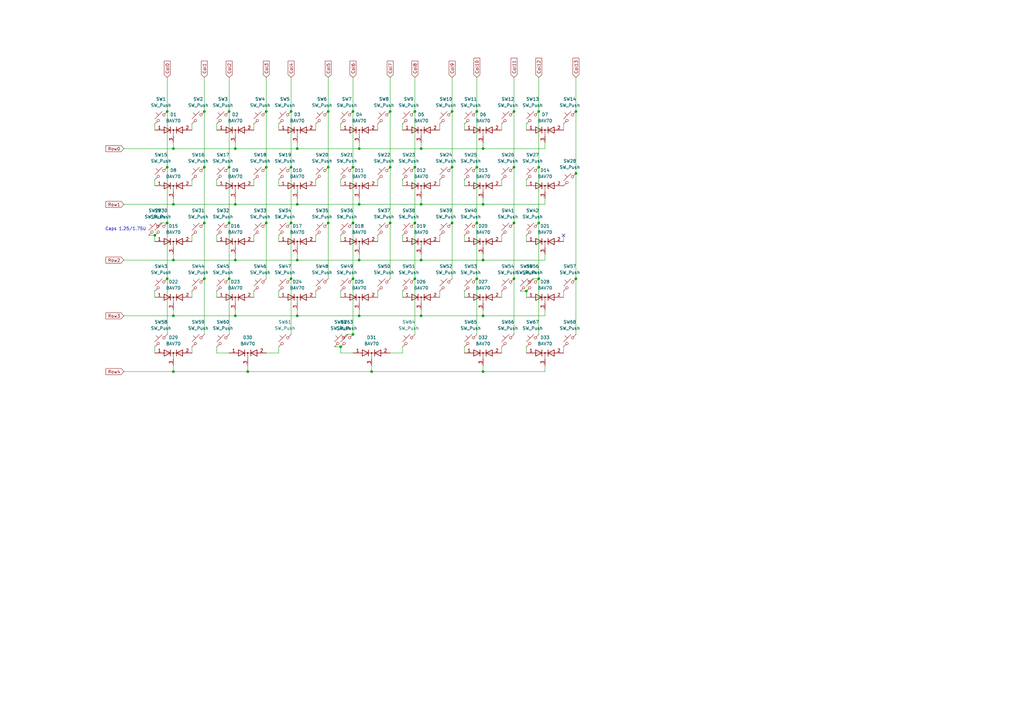
<source format=kicad_sch>
(kicad_sch (version 20231120) (generator "eeschema") (generator_version "8.0")
  (paper "A3")
  (junction (at 220.98 91.44))
  (junction (at 160.02 68.58))
  (junction (at 121.92 106.68))
  (junction (at 134.62 91.44))
  (junction (at 147.32 83.82))
  (junction (at 71.12 83.82))
  (junction (at 101.6 152.4))
  (junction (at 96.52 106.68))
  (junction (at 210.82 45.72))
  (junction (at 198.12 60.96))
  (junction (at 71.12 129.54))
  (junction (at 147.32 60.96))
  (junction (at 236.22 114.3))
  (junction (at 144.78 137.16))
  (junction (at 185.42 91.44))
  (junction (at 71.12 152.4))
  (junction (at 71.12 60.96))
  (junction (at 236.22 45.72))
  (junction (at 144.78 91.44))
  (junction (at 83.82 45.72))
  (junction (at 83.82 68.58))
  (junction (at 144.78 68.58))
  (junction (at 119.38 45.72))
  (junction (at 170.18 91.44))
  (junction (at 170.18 45.72))
  (junction (at 236.22 71.12))
  (junction (at 68.58 114.3))
  (junction (at 152.4 152.4))
  (junction (at 220.98 68.58))
  (junction (at 119.38 114.3))
  (junction (at 160.02 45.72))
  (junction (at 144.78 114.3))
  (junction (at 63.5 96.52))
  (junction (at 68.58 45.72))
  (junction (at 121.92 129.54))
  (junction (at 96.52 83.82))
  (junction (at 93.98 114.3))
  (junction (at 198.12 152.4))
  (junction (at 172.72 83.82))
  (junction (at 139.7 142.24))
  (junction (at 119.38 91.44))
  (junction (at 71.12 106.68))
  (junction (at 215.9 119.38))
  (junction (at 93.98 45.72))
  (junction (at 160.02 91.44))
  (junction (at 195.58 91.44))
  (junction (at 195.58 45.72))
  (junction (at 109.22 68.58))
  (junction (at 83.82 91.44))
  (junction (at 109.22 45.72))
  (junction (at 96.52 129.54))
  (junction (at 134.62 45.72))
  (junction (at 198.12 129.54))
  (junction (at 185.42 45.72))
  (junction (at 210.82 114.3))
  (junction (at 198.12 83.82))
  (junction (at 170.18 114.3))
  (junction (at 172.72 129.54))
  (junction (at 170.18 68.58))
  (junction (at 172.72 60.96))
  (junction (at 185.42 68.58))
  (junction (at 210.82 68.58))
  (junction (at 198.12 106.68))
  (junction (at 147.32 129.54))
  (junction (at 172.72 106.68))
  (junction (at 68.58 91.44))
  (junction (at 144.78 45.72))
  (junction (at 134.62 68.58))
  (junction (at 195.58 114.3))
  (junction (at 121.92 83.82))
  (junction (at 195.58 68.58))
  (junction (at 147.32 106.68))
  (junction (at 119.38 68.58))
  (junction (at 93.98 68.58))
  (junction (at 121.92 60.96))
  (junction (at 220.98 45.72))
  (junction (at 93.98 91.44))
  (junction (at 220.98 114.3))
  (junction (at 109.22 91.44))
  (junction (at 96.52 60.96))
  (junction (at 68.58 68.58))
  (junction (at 83.82 114.3))
  (junction (at 210.82 91.44))
  (no_connect (at 231.14 96.52))
  (wire (pts (xy 215.9 73.66) (xy 215.9 76.2)))
  (wire (pts (xy 160.02 45.72) (xy 160.02 68.58)))
  (wire (pts (xy 78.74 96.52) (xy 78.74 99.06)))
  (wire (pts (xy 68.58 114.3) (xy 68.58 137.16)))
  (wire (pts (xy 160.02 91.44) (xy 160.02 114.3)))
  (wire (pts (xy 210.82 31.75) (xy 210.82 45.72)))
  (wire (pts (xy 180.34 73.66) (xy 180.34 76.2)))
  (wire (pts (xy 109.22 91.44) (xy 109.22 114.3)))
  (wire (pts (xy 121.92 60.96) (xy 96.52 60.96)))
  (wire (pts (xy 63.5 119.38) (xy 63.5 121.92)))
  (wire (pts (xy 172.72 58.42) (xy 172.72 60.96)))
  (wire (pts (xy 236.22 114.3) (xy 236.22 137.16)))
  (wire (pts (xy 154.94 50.8) (xy 154.94 53.34)))
  (wire (pts (xy 231.14 142.24) (xy 231.14 144.78)))
  (wire (pts (xy 134.62 68.58) (xy 134.62 91.44)))
  (wire (pts (xy 198.12 83.82) (xy 198.12 81.28)))
  (wire (pts (xy 172.72 83.82) (xy 198.12 83.82)))
  (wire (pts (xy 231.14 119.38) (xy 231.14 121.92)))
  (wire (pts (xy 170.18 91.44) (xy 170.18 114.3)))
  (wire (pts (xy 121.92 104.14) (xy 121.92 106.68)))
  (wire (pts (xy 210.82 114.3) (xy 210.82 137.16)))
  (wire (pts (xy 180.34 119.38) (xy 180.34 121.92)))
  (wire (pts (xy 109.22 45.72) (xy 109.22 68.58)))
  (wire (pts (xy 114.3 119.38) (xy 114.3 121.92)))
  (wire (pts (xy 119.38 31.75) (xy 119.38 45.72)))
  (wire (pts (xy 215.9 96.52) (xy 215.9 99.06)))
  (wire (pts (xy 50.8 129.54) (xy 71.12 129.54)))
  (wire (pts (xy 71.12 129.54) (xy 96.52 129.54)))
  (wire (pts (xy 68.58 68.58) (xy 68.58 91.44)))
  (wire (pts (xy 119.38 137.16) (xy 119.38 114.3)))
  (wire (pts (xy 139.7 144.78) (xy 144.78 144.78)))
  (wire (pts (xy 88.9 73.66) (xy 88.9 76.2)))
  (wire (pts (xy 121.92 83.82) (xy 147.32 83.82)))
  (wire (pts (xy 165.1 96.52) (xy 165.1 99.06)))
  (wire (pts (xy 210.82 91.44) (xy 210.82 114.3)))
  (wire (pts (xy 185.42 45.72) (xy 185.42 68.58)))
  (wire (pts (xy 170.18 31.75) (xy 170.18 45.72)))
  (wire (pts (xy 198.12 127) (xy 198.12 129.54)))
  (wire (pts (xy 220.98 114.3) (xy 220.98 137.16)))
  (wire (pts (xy 71.12 127) (xy 71.12 129.54)))
  (wire (pts (xy 236.22 31.75) (xy 236.22 45.72)))
  (wire (pts (xy 83.82 31.75) (xy 83.82 45.72)))
  (wire (pts (xy 231.14 96.52) (xy 231.14 99.06)))
  (wire (pts (xy 83.82 114.3) (xy 83.82 137.16)))
  (wire (pts (xy 119.38 91.44) (xy 119.38 114.3)))
  (wire (pts (xy 152.4 149.86) (xy 152.4 152.4)))
  (wire (pts (xy 223.52 81.28) (xy 223.52 83.82)))
  (wire (pts (xy 195.58 31.75) (xy 195.58 45.72)))
  (wire (pts (xy 104.14 119.38) (xy 104.14 121.92)))
  (wire (pts (xy 223.52 58.42) (xy 223.52 60.96)))
  (wire (pts (xy 172.72 60.96) (xy 147.32 60.96)))
  (wire (pts (xy 129.54 96.52) (xy 129.54 99.06)))
  (wire (pts (xy 165.1 50.8) (xy 165.1 53.34)))
  (wire (pts (xy 114.3 50.8) (xy 114.3 53.34)))
  (wire (pts (xy 88.9 119.38) (xy 88.9 121.92)))
  (wire (pts (xy 50.8 83.82) (xy 71.12 83.82)))
  (wire (pts (xy 147.32 127) (xy 147.32 129.54)))
  (wire (pts (xy 170.18 114.3) (xy 170.18 137.16)))
  (wire (pts (xy 63.5 96.52) (xy 63.5 99.06)))
  (wire (pts (xy 139.7 119.38) (xy 139.7 121.92)))
  (wire (pts (xy 63.5 142.24) (xy 63.5 144.78)))
  (wire (pts (xy 160.02 68.58) (xy 160.02 91.44)))
  (wire (pts (xy 50.8 106.68) (xy 71.12 106.68)))
  (wire (pts (xy 205.74 96.52) (xy 205.74 99.06)))
  (wire (pts (xy 66.04 91.44) (xy 68.58 91.44)))
  (wire (pts (xy 190.5 73.66) (xy 190.5 76.2)))
  (wire (pts (xy 121.92 129.54) (xy 147.32 129.54)))
  (wire (pts (xy 121.92 81.28) (xy 121.92 83.82)))
  (wire (pts (xy 144.78 114.3) (xy 144.78 137.16)))
  (wire (pts (xy 190.5 142.24) (xy 190.5 144.78)))
  (wire (pts (xy 139.7 142.24) (xy 139.7 144.78)))
  (wire (pts (xy 96.52 83.82) (xy 121.92 83.82)))
  (wire (pts (xy 198.12 58.42) (xy 198.12 60.96)))
  (wire (pts (xy 170.18 68.58) (xy 170.18 91.44)))
  (wire (pts (xy 109.22 68.58) (xy 109.22 91.44)))
  (wire (pts (xy 93.98 91.44) (xy 93.98 114.3)))
  (wire (pts (xy 160.02 31.75) (xy 160.02 45.72)))
  (wire (pts (xy 104.14 96.52) (xy 104.14 99.06)))
  (wire (pts (xy 198.12 129.54) (xy 223.52 129.54)))
  (wire (pts (xy 68.58 45.72) (xy 68.58 68.58)))
  (wire (pts (xy 71.12 106.68) (xy 96.52 106.68)))
  (wire (pts (xy 134.62 91.44) (xy 134.62 114.3)))
  (wire (pts (xy 121.92 127) (xy 121.92 129.54)))
  (wire (pts (xy 215.9 50.8) (xy 215.9 53.34)))
  (wire (pts (xy 96.52 104.14) (xy 96.52 106.68)))
  (wire (pts (xy 195.58 91.44) (xy 195.58 114.3)))
  (wire (pts (xy 195.58 114.3) (xy 195.58 137.16)))
  (wire (pts (xy 134.62 31.75) (xy 134.62 45.72)))
  (wire (pts (xy 71.12 152.4) (xy 101.6 152.4)))
  (wire (pts (xy 147.32 104.14) (xy 147.32 106.68)))
  (wire (pts (xy 223.52 83.82) (xy 198.12 83.82)))
  (wire (pts (xy 223.52 152.4) (xy 223.52 149.86)))
  (wire (pts (xy 96.52 58.42) (xy 96.52 60.96)))
  (wire (pts (xy 147.32 58.42) (xy 147.32 60.96)))
  (wire (pts (xy 93.98 68.58) (xy 93.98 91.44)))
  (wire (pts (xy 83.82 68.58) (xy 83.82 91.44)))
  (wire (pts (xy 198.12 106.68) (xy 223.52 106.68)))
  (wire (pts (xy 134.62 45.72) (xy 134.62 68.58)))
  (wire (pts (xy 71.12 83.82) (xy 96.52 83.82)))
  (wire (pts (xy 185.42 91.44) (xy 185.42 114.3)))
  (wire (pts (xy 152.4 152.4) (xy 198.12 152.4)))
  (wire (pts (xy 210.82 45.72) (xy 210.82 68.58)))
  (wire (pts (xy 180.34 50.8) (xy 180.34 53.34)))
  (wire (pts (xy 147.32 81.28) (xy 147.32 83.82)))
  (wire (pts (xy 144.78 68.58) (xy 144.78 91.44)))
  (wire (pts (xy 119.38 45.72) (xy 119.38 68.58)))
  (wire (pts (xy 165.1 73.66) (xy 165.1 76.2)))
  (wire (pts (xy 195.58 68.58) (xy 195.58 91.44)))
  (wire (pts (xy 185.42 68.58) (xy 185.42 91.44)))
  (wire (pts (xy 104.14 50.8) (xy 104.14 53.34)))
  (wire (pts (xy 96.52 129.54) (xy 121.92 129.54)))
  (wire (pts (xy 114.3 96.52) (xy 114.3 99.06)))
  (wire (pts (xy 50.8 152.4) (xy 71.12 152.4)))
  (wire (pts (xy 144.78 45.72) (xy 144.78 68.58)))
  (wire (pts (xy 147.32 60.96) (xy 121.92 60.96)))
  (wire (pts (xy 93.98 45.72) (xy 93.98 68.58)))
  (wire (pts (xy 220.98 31.75) (xy 220.98 45.72)))
  (wire (pts (xy 63.5 73.66) (xy 63.5 76.2)))
  (wire (pts (xy 104.14 73.66) (xy 104.14 76.2)))
  (wire (pts (xy 147.32 129.54) (xy 172.72 129.54)))
  (wire (pts (xy 215.9 119.38) (xy 215.9 121.92)))
  (wire (pts (xy 160.02 144.78) (xy 165.1 144.78)))
  (wire (pts (xy 172.72 81.28) (xy 172.72 83.82)))
  (wire (pts (xy 198.12 104.14) (xy 198.12 106.68)))
  (wire (pts (xy 78.74 50.8) (xy 78.74 53.34)))
  (wire (pts (xy 78.74 73.66) (xy 78.74 76.2)))
  (wire (pts (xy 236.22 71.12) (xy 236.22 114.3)))
  (wire (pts (xy 190.5 50.8) (xy 190.5 53.34)))
  (wire (pts (xy 142.24 137.16) (xy 144.78 137.16)))
  (wire (pts (xy 101.6 152.4) (xy 152.4 152.4)))
  (wire (pts (xy 139.7 50.8) (xy 139.7 53.34)))
  (wire (pts (xy 147.32 106.68) (xy 172.72 106.68)))
  (wire (pts (xy 129.54 119.38) (xy 129.54 121.92)))
  (wire (pts (xy 198.12 152.4) (xy 223.52 152.4)))
  (wire (pts (xy 220.98 91.44) (xy 220.98 114.3)))
  (wire (pts (xy 180.34 96.52) (xy 180.34 99.06)))
  (wire (pts (xy 96.52 106.68) (xy 121.92 106.68)))
  (wire (pts (xy 93.98 31.75) (xy 93.98 45.72)))
  (wire (pts (xy 139.7 96.52) (xy 139.7 99.06)))
  (wire (pts (xy 114.3 144.78) (xy 109.22 144.78)))
  (wire (pts (xy 139.7 73.66) (xy 139.7 76.2)))
  (wire (pts (xy 71.12 81.28) (xy 71.12 83.82)))
  (wire (pts (xy 71.12 58.42) (xy 71.12 60.96)))
  (wire (pts (xy 170.18 45.72) (xy 170.18 68.58)))
  (wire (pts (xy 71.12 104.14) (xy 71.12 106.68)))
  (wire (pts (xy 114.3 142.24) (xy 114.3 144.78)))
  (wire (pts (xy 198.12 60.96) (xy 172.72 60.96)))
  (wire (pts (xy 215.9 142.24) (xy 215.9 144.78)))
  (wire (pts (xy 231.14 50.8) (xy 231.14 53.34)))
  (wire (pts (xy 88.9 144.78) (xy 93.98 144.78)))
  (wire (pts (xy 210.82 68.58) (xy 210.82 91.44)))
  (wire (pts (xy 78.74 119.38) (xy 78.74 121.92)))
  (wire (pts (xy 88.9 50.8) (xy 88.9 53.34)))
  (wire (pts (xy 223.52 129.54) (xy 223.52 127)))
  (wire (pts (xy 68.58 91.44) (xy 68.58 114.3)))
  (wire (pts (xy 220.98 45.72) (xy 220.98 68.58)))
  (wire (pts (xy 121.92 106.68) (xy 147.32 106.68)))
  (wire (pts (xy 63.5 50.8) (xy 63.5 53.34)))
  (wire (pts (xy 205.74 73.66) (xy 205.74 76.2)))
  (wire (pts (xy 172.72 127) (xy 172.72 129.54)))
  (wire (pts (xy 129.54 73.66) (xy 129.54 76.2)))
  (wire (pts (xy 172.72 106.68) (xy 198.12 106.68)))
  (wire (pts (xy 154.94 73.66) (xy 154.94 76.2)))
  (wire (pts (xy 213.36 119.38) (xy 215.9 119.38)))
  (wire (pts (xy 78.74 142.24) (xy 78.74 144.78)))
  (wire (pts (xy 205.74 119.38) (xy 205.74 121.92)))
  (wire (pts (xy 96.52 60.96) (xy 71.12 60.96)))
  (wire (pts (xy 185.42 31.75) (xy 185.42 45.72)))
  (wire (pts (xy 129.54 50.8) (xy 129.54 53.34)))
  (wire (pts (xy 137.16 142.24) (xy 139.7 142.24)))
  (wire (pts (xy 154.94 119.38) (xy 154.94 121.92)))
  (wire (pts (xy 172.72 129.54) (xy 198.12 129.54)))
  (wire (pts (xy 83.82 91.44) (xy 83.82 114.3)))
  (wire (pts (xy 96.52 81.28) (xy 96.52 83.82)))
  (wire (pts (xy 144.78 91.44) (xy 144.78 114.3)))
  (wire (pts (xy 236.22 45.72) (xy 236.22 71.12)))
  (wire (pts (xy 119.38 68.58) (xy 119.38 91.44)))
  (wire (pts (xy 172.72 104.14) (xy 172.72 106.68)))
  (wire (pts (xy 109.22 31.75) (xy 109.22 45.72)))
  (wire (pts (xy 165.1 119.38) (xy 165.1 121.92)))
  (wire (pts (xy 83.82 45.72) (xy 83.82 68.58)))
  (wire (pts (xy 68.58 31.75) (xy 68.58 45.72)))
  (wire (pts (xy 223.52 60.96) (xy 198.12 60.96)))
  (wire (pts (xy 88.9 96.52) (xy 88.9 99.06)))
  (wire (pts (xy 101.6 149.86) (xy 101.6 152.4)))
  (wire (pts (xy 50.8 60.96) (xy 71.12 60.96)))
  (wire (pts (xy 88.9 142.24) (xy 88.9 144.78)))
  (wire (pts (xy 144.78 31.75) (xy 144.78 45.72)))
  (wire (pts (xy 71.12 149.86) (xy 71.12 152.4)))
  (wire (pts (xy 96.52 127) (xy 96.52 129.54)))
  (wire (pts (xy 220.98 68.58) (xy 220.98 91.44)))
  (wire (pts (xy 114.3 73.66) (xy 114.3 76.2)))
  (wire (pts (xy 190.5 96.52) (xy 190.5 99.06)))
  (wire (pts (xy 198.12 149.86) (xy 198.12 152.4)))
  (wire (pts (xy 154.94 96.52) (xy 154.94 99.06)))
  (wire (pts (xy 93.98 114.3) (xy 93.98 137.16)))
  (wire (pts (xy 190.5 119.38) (xy 190.5 121.92)))
  (wire (pts (xy 218.44 114.3) (xy 220.98 114.3)))
  (wire (pts (xy 147.32 83.82) (xy 172.72 83.82)))
  (wire (pts (xy 60.96 96.52) (xy 63.5 96.52)))
  (wire (pts (xy 121.92 58.42) (xy 121.92 60.96)))
  (wire (pts (xy 205.74 142.24) (xy 205.74 144.78)))
  (wire (pts (xy 223.52 106.68) (xy 223.52 104.14)))
  (wire (pts (xy 195.58 45.72) (xy 195.58 68.58)))
  (wire (pts (xy 205.74 50.8) (xy 205.74 53.34)))
  (wire (pts (xy 165.1 144.78) (xy 165.1 142.24)))
  (text "Caps 1.25/1.75U\n" (at 51.562 93.98 0) (effects (font (size 1.27 1.27))))
  (global_label "Row4" (shape input) (at 50.8 152.4 180) (property "Intersheetrefs" "${INTERSHEET_REFS}" (effects (hide yes))))
  (global_label "Col11" (shape input) (at 210.82 31.75 90) (property "Intersheetrefs" "${INTERSHEET_REFS}" (effects (hide yes))))
  (global_label "Col10" (shape input) (at 195.58 31.75 90) (property "Intersheetrefs" "${INTERSHEET_REFS}" (effects (hide yes))))
  (global_label "Col6" (shape input) (at 144.78 31.75 90) (property "Intersheetrefs" "${INTERSHEET_REFS}" (effects (hide yes))))
  (global_label "Col2" (shape input) (at 93.98 31.75 90) (property "Intersheetrefs" "${INTERSHEET_REFS}" (effects (hide yes))))
  (global_label "Col13" (shape input) (at 236.22 31.75 90) (property "Intersheetrefs" "${INTERSHEET_REFS}" (effects (hide yes))))
  (global_label "Col4" (shape input) (at 119.38 31.75 90) (property "Intersheetrefs" "${INTERSHEET_REFS}" (effects (hide yes))))
  (global_label "Col8" (shape input) (at 170.18 31.75 90) (property "Intersheetrefs" "${INTERSHEET_REFS}" (effects (hide yes))))
  (global_label "Col1" (shape input) (at 83.82 31.75 90) (property "Intersheetrefs" "${INTERSHEET_REFS}" (effects (hide yes))))
  (global_label "Col5" (shape input) (at 134.62 31.75 90) (property "Intersheetrefs" "${INTERSHEET_REFS}" (effects (hide yes))))
  (global_label "Col12" (shape input) (at 220.98 31.75 90) (property "Intersheetrefs" "${INTERSHEET_REFS}" (effects (hide yes))))
  (global_label "Row3" (shape input) (at 50.8 129.54 180) (property "Intersheetrefs" "${INTERSHEET_REFS}" (effects (hide yes))))
  (global_label "Col3" (shape input) (at 109.22 31.75 90) (property "Intersheetrefs" "${INTERSHEET_REFS}" (effects (hide yes))))
  (global_label "Col9" (shape input) (at 185.42 31.75 90) (property "Intersheetrefs" "${INTERSHEET_REFS}" (effects (hide yes))))
  (global_label "Col0" (shape input) (at 68.58 31.75 90) (property "Intersheetrefs" "${INTERSHEET_REFS}" (effects (hide yes))))
  (global_label "Row2" (shape input) (at 50.8 106.68 180) (property "Intersheetrefs" "${INTERSHEET_REFS}" (effects (hide yes))))
  (global_label "Col7" (shape input) (at 160.02 31.75 90) (property "Intersheetrefs" "${INTERSHEET_REFS}" (effects (hide yes))))
  (global_label "Row0" (shape input) (at 50.8 60.96 180) (property "Intersheetrefs" "${INTERSHEET_REFS}" (effects (hide yes))))
  (global_label "Row1" (shape input) (at 50.8 83.82 180) (property "Intersheetrefs" "${INTERSHEET_REFS}" (effects (hide yes))))
  (symbol (lib_id "Switch:SW_Push_45deg") (at 116.84 48.26 0) (mirror y) (unit 1) (in_bom no)
    (property "Reference" "SW5" (at 116.84 40.64 0))
    (property "Value" "SW_Push" (at 116.84 43.18 0))
    (property "Footprint" "PCM_Switch_Keyboard_Hotswap_Kailh:SW_Hotswap_Kailh_MX_Plated_1.00u" (effects (hide yes)))
    (property "Description" "Push button switch, normally open, two pins, 45° tilted" (effects (hide yes)))
    (property "LCSC" "C5156480" (effects (hide yes)))
  )
  (symbol (lib_id "Switch:SW_Push_45deg") (at 81.28 48.26 0) (mirror y) (unit 1) (in_bom no)
    (property "Reference" "SW2" (at 81.28 40.64 0))
    (property "Value" "SW_Push" (at 81.28 43.18 0))
    (property "Footprint" "PCM_Switch_Keyboard_Hotswap_Kailh:SW_Hotswap_Kailh_MX_Plated_1.00u" (effects (hide yes)))
    (property "Description" "Push button switch, normally open, two pins, 45° tilted" (effects (hide yes)))
    (property "LCSC" "C5156480" (effects (hide yes)))
  )
  (symbol (lib_id "Diode:BAV70") (at 96.52 53.34 0) (unit 1)
    (property "Reference" "D2" (at 96.52 46.99 0))
    (property "Value" "BAV70" (at 96.52 49.53 0))
    (property "Footprint" "PCM_Package_TO_SOT_SMD_AKL:SOT-23" (effects (hide yes)))
    (property "Datasheet" "https://assets.nexperia.com/documents/data-sheet/BAV70_SER.pdf" (effects (hide yes)))
    (property "Description" "Dual 100V 215mA high-speed switching diodes, common cathode, SOT-23" (effects (hide yes)))
    (property "LCSC" "C2501" (effects (hide yes)))
  )
  (symbol (lib_id "Switch:SW_Push_45deg") (at 66.04 139.7 0) (mirror y) (unit 1) (in_bom no)
    (property "Reference" "SW58" (at 66.04 132.08 0))
    (property "Value" "SW_Push" (at 66.04 134.62 0))
    (property "Footprint" "PCM_Switch_Keyboard_Hotswap_Kailh:SW_Hotswap_Kailh_MX_Plated_1.25u" (effects (hide yes)))
    (property "Description" "Push button switch, normally open, two pins, 45° tilted" (effects (hide yes)))
    (property "LCSC" "C5156480" (effects (hide yes)))
  )
  (symbol (lib_id "Switch:SW_Push_45deg") (at 218.44 48.26 0) (mirror y) (unit 1) (in_bom no)
    (property "Reference" "SW13" (at 218.44 40.64 0))
    (property "Value" "SW_Push" (at 218.44 43.18 0))
    (property "Footprint" "PCM_Switch_Keyboard_Hotswap_Kailh:SW_Hotswap_Kailh_MX_Plated_1.00u" (effects (hide yes)))
    (property "Description" "Push button switch, normally open, two pins, 45° tilted" (effects (hide yes)))
    (property "LCSC" "C5156480" (effects (hide yes)))
  )
  (symbol (lib_id "Switch:SW_Push_45deg") (at 208.28 116.84 0) (mirror y) (unit 1) (in_bom no)
    (property "Reference" "SW54" (at 208.28 109.22 0))
    (property "Value" "SW_Push" (at 208.28 111.76 0))
    (property "Footprint" "PCM_Switch_Keyboard_Hotswap_Kailh:SW_Hotswap_Kailh_MX_Plated_1.00u" (effects (hide yes)))
    (property "Description" "Push button switch, normally open, two pins, 45° tilted" (effects (hide yes)))
    (property "LCSC" "C5156480" (effects (hide yes)))
  )
  (symbol (lib_id "Switch:SW_Push_45deg") (at 208.28 93.98 0) (mirror y) (unit 1) (in_bom no)
    (property "Reference" "SW41" (at 208.28 86.36 0))
    (property "Value" "SW_Push" (at 208.28 88.9 0))
    (property "Footprint" "PCM_Switch_Keyboard_Hotswap_Kailh:SW_Hotswap_Kailh_MX_Plated_1.00u" (effects (hide yes)))
    (property "Description" "Push button switch, normally open, two pins, 45° tilted" (effects (hide yes)))
    (property "LCSC" "C5156480" (effects (hide yes)))
  )
  (symbol (lib_id "Switch:SW_Push_45deg") (at 215.9 116.84 0) (mirror y) (unit 1) (in_bom no)
    (property "Reference" "SW55" (at 215.9 109.22 0))
    (property "Value" "SW_Push" (at 215.9 111.76 0))
    (property "Footprint" "PCM_Switch_Keyboard_Hotswap_Kailh:SW_Hotswap_Kailh_MX_Plated_1.75u" (effects (hide yes)))
    (property "Description" "Push button switch, normally open, two pins, 45° tilted" (effects (hide yes)))
    (property "LCSC" "C5156480" (effects (hide yes)))
  )
  (symbol (lib_id "Diode:BAV70") (at 172.72 121.92 0) (unit 1)
    (property "Reference" "D26" (at 172.72 115.57 0))
    (property "Value" "BAV70" (at 172.72 118.11 0))
    (property "Footprint" "PCM_Package_TO_SOT_SMD_AKL:SOT-23" (effects (hide yes)))
    (property "Datasheet" "https://assets.nexperia.com/documents/data-sheet/BAV70_SER.pdf" (effects (hide yes)))
    (property "Description" "Dual 100V 215mA high-speed switching diodes, common cathode, SOT-23" (effects (hide yes)))
    (property "LCSC" "C2501" (effects (hide yes)))
  )
  (symbol (lib_id "Diode:BAV70") (at 96.52 76.2 0) (unit 1)
    (property "Reference" "D9" (at 96.52 69.85 0))
    (property "Value" "BAV70" (at 96.52 72.39 0))
    (property "Footprint" "PCM_Package_TO_SOT_SMD_AKL:SOT-23" (effects (hide yes)))
    (property "Datasheet" "https://assets.nexperia.com/documents/data-sheet/BAV70_SER.pdf" (effects (hide yes)))
    (property "Description" "Dual 100V 215mA high-speed switching diodes, common cathode, SOT-23" (effects (hide yes)))
    (property "LCSC" "C2501" (effects (hide yes)))
  )
  (symbol (lib_id "Switch:SW_Push_45deg") (at 81.28 93.98 0) (mirror y) (unit 1) (in_bom no)
    (property "Reference" "SW31" (at 81.28 86.36 0))
    (property "Value" "SW_Push" (at 81.28 88.9 0))
    (property "Footprint" "PCM_Switch_Keyboard_Hotswap_Kailh:SW_Hotswap_Kailh_MX_Plated_1.00u" (effects (hide yes)))
    (property "Description" "Push button switch, normally open, two pins, 45° tilted" (effects (hide yes)))
    (property "LCSC" "C5156480" (effects (hide yes)))
  )
  (symbol (lib_id "Diode:BAV70") (at 121.92 76.2 0) (unit 1)
    (property "Reference" "D10" (at 121.92 69.85 0))
    (property "Value" "BAV70" (at 121.92 72.39 0))
    (property "Footprint" "PCM_Package_TO_SOT_SMD_AKL:SOT-23" (effects (hide yes)))
    (property "Datasheet" "https://assets.nexperia.com/documents/data-sheet/BAV70_SER.pdf" (effects (hide yes)))
    (property "Description" "Dual 100V 215mA high-speed switching diodes, common cathode, SOT-23" (effects (hide yes)))
    (property "LCSC" "C2501" (effects (hide yes)))
  )
  (symbol (lib_id "Diode:BAV70") (at 71.12 144.78 0) (unit 1)
    (property "Reference" "D29" (at 71.12 138.43 0))
    (property "Value" "BAV70" (at 71.12 140.97 0))
    (property "Footprint" "PCM_Package_TO_SOT_SMD_AKL:SOT-23" (effects (hide yes)))
    (property "Datasheet" "https://assets.nexperia.com/documents/data-sheet/BAV70_SER.pdf" (effects (hide yes)))
    (property "Description" "Dual 100V 215mA high-speed switching diodes, common cathode, SOT-23" (effects (hide yes)))
    (property "LCSC" "C2501" (effects (hide yes)))
  )
  (symbol (lib_id "Switch:SW_Push_45deg") (at 157.48 93.98 0) (mirror y) (unit 1) (in_bom no)
    (property "Reference" "SW37" (at 157.48 86.36 0))
    (property "Value" "SW_Push" (at 157.48 88.9 0))
    (property "Footprint" "PCM_Switch_Keyboard_Hotswap_Kailh:SW_Hotswap_Kailh_MX_Plated_1.00u" (effects (hide yes)))
    (property "Description" "Push button switch, normally open, two pins, 45° tilted" (effects (hide yes)))
    (property "LCSC" "C5156480" (effects (hide yes)))
  )
  (symbol (lib_id "Switch:SW_Push_45deg") (at 91.44 48.26 0) (mirror y) (unit 1) (in_bom no)
    (property "Reference" "SW3" (at 91.44 40.64 0))
    (property "Value" "SW_Push" (at 91.44 43.18 0))
    (property "Footprint" "PCM_Switch_Keyboard_Hotswap_Kailh:SW_Hotswap_Kailh_MX_Plated_1.00u" (effects (hide yes)))
    (property "Description" "Push button switch, normally open, two pins, 45° tilted" (effects (hide yes)))
    (property "LCSC" "C5156480" (effects (hide yes)))
  )
  (symbol (lib_id "Switch:SW_Push_45deg") (at 193.04 139.7 0) (mirror y) (unit 1) (in_bom no)
    (property "Reference" "SW65" (at 193.04 132.08 0))
    (property "Value" "SW_Push" (at 193.04 134.62 0))
    (property "Footprint" "PCM_Switch_Keyboard_Hotswap_Kailh:SW_Hotswap_Kailh_MX_Plated_1.25u" (effects (hide yes)))
    (property "Description" "Push button switch, normally open, two pins, 45° tilted" (effects (hide yes)))
    (property "LCSC" "C5156480" (effects (hide yes)))
  )
  (symbol (lib_id "Diode:BAV70") (at 71.12 99.06 0) (unit 1)
    (property "Reference" "D15" (at 71.12 92.71 0))
    (property "Value" "BAV70" (at 71.12 95.25 0))
    (property "Footprint" "PCM_Package_TO_SOT_SMD_AKL:SOT-23" (effects (hide yes)))
    (property "Datasheet" "https://assets.nexperia.com/documents/data-sheet/BAV70_SER.pdf" (effects (hide yes)))
    (property "Description" "Dual 100V 215mA high-speed switching diodes, common cathode, SOT-23" (effects (hide yes)))
    (property "LCSC" "C2501" (effects (hide yes)))
  )
  (symbol (lib_id "Diode:BAV70") (at 172.72 76.2 0) (unit 1)
    (property "Reference" "D12" (at 172.72 69.85 0))
    (property "Value" "BAV70" (at 172.72 72.39 0))
    (property "Footprint" "PCM_Package_TO_SOT_SMD_AKL:SOT-23" (effects (hide yes)))
    (property "Datasheet" "https://assets.nexperia.com/documents/data-sheet/BAV70_SER.pdf" (effects (hide yes)))
    (property "Description" "Dual 100V 215mA high-speed switching diodes, common cathode, SOT-23" (effects (hide yes)))
    (property "LCSC" "C2501" (effects (hide yes)))
  )
  (symbol (lib_id "Switch:SW_Push_45deg") (at 116.84 93.98 0) (mirror y) (unit 1) (in_bom no)
    (property "Reference" "SW34" (at 116.84 86.36 0))
    (property "Value" "SW_Push" (at 116.84 88.9 0))
    (property "Footprint" "PCM_Switch_Keyboard_Hotswap_Kailh:SW_Hotswap_Kailh_MX_Plated_1.00u" (effects (hide yes)))
    (property "Description" "Push button switch, normally open, two pins, 45° tilted" (effects (hide yes)))
    (property "LCSC" "C5156480" (effects (hide yes)))
  )
  (symbol (lib_id "Switch:SW_Push_45deg") (at 81.28 116.84 0) (mirror y) (unit 1) (in_bom no)
    (property "Reference" "SW44" (at 81.28 109.22 0))
    (property "Value" "SW_Push" (at 81.28 111.76 0))
    (property "Footprint" "PCM_Switch_Keyboard_Hotswap_Kailh:SW_Hotswap_Kailh_MX_Plated_1.00u" (effects (hide yes)))
    (property "Description" "Push button switch, normally open, two pins, 45° tilted" (effects (hide yes)))
    (property "LCSC" "C5156480" (effects (hide yes)))
  )
  (symbol (lib_id "Diode:BAV70") (at 223.52 53.34 0) (unit 1)
    (property "Reference" "D7" (at 223.52 46.99 0))
    (property "Value" "BAV70" (at 223.52 49.53 0))
    (property "Footprint" "PCM_Package_TO_SOT_SMD_AKL:SOT-23" (effects (hide yes)))
    (property "Datasheet" "https://assets.nexperia.com/documents/data-sheet/BAV70_SER.pdf" (effects (hide yes)))
    (property "Description" "Dual 100V 215mA high-speed switching diodes, common cathode, SOT-23" (effects (hide yes)))
    (property "LCSC" "C2501" (effects (hide yes)))
  )
  (symbol (lib_id "Diode:BAV70") (at 121.92 99.06 0) (unit 1)
    (property "Reference" "D17" (at 121.92 92.71 0))
    (property "Value" "BAV70" (at 121.92 95.25 0))
    (property "Footprint" "PCM_Package_TO_SOT_SMD_AKL:SOT-23" (effects (hide yes)))
    (property "Datasheet" "https://assets.nexperia.com/documents/data-sheet/BAV70_SER.pdf" (effects (hide yes)))
    (property "Description" "Dual 100V 215mA high-speed switching diodes, common cathode, SOT-23" (effects (hide yes)))
    (property "LCSC" "C2501" (effects (hide yes)))
  )
  (symbol (lib_id "Diode:BAV70") (at 198.12 76.2 0) (unit 1)
    (property "Reference" "D13" (at 198.12 69.85 0))
    (property "Value" "BAV70" (at 198.12 72.39 0))
    (property "Footprint" "PCM_Package_TO_SOT_SMD_AKL:SOT-23" (effects (hide yes)))
    (property "Datasheet" "https://assets.nexperia.com/documents/data-sheet/BAV70_SER.pdf" (effects (hide yes)))
    (property "Description" "Dual 100V 215mA high-speed switching diodes, common cathode, SOT-23" (effects (hide yes)))
    (property "LCSC" "C2501" (effects (hide yes)))
  )
  (symbol (lib_id "Switch:SW_Push_45deg") (at 233.68 116.84 0) (mirror y) (unit 1) (in_bom no)
    (property "Reference" "SW57" (at 233.68 109.22 0))
    (property "Value" "SW_Push" (at 233.68 111.76 0))
    (property "Footprint" "PCM_Switch_Keyboard_Hotswap_Kailh:SW_Hotswap_Kailh_MX_Plated_1.00u" (effects (hide yes)))
    (property "Description" "Push button switch, normally open, two pins, 45° tilted" (effects (hide yes)))
    (property "LCSC" "C5156480" (effects (hide yes)))
  )
  (symbol (lib_id "Switch:SW_Push_45deg") (at 66.04 93.98 0) (mirror y) (unit 1) (in_bom no)
    (property "Reference" "SW30" (at 66.04 86.36 0))
    (property "Value" "SW_Push" (at 66.04 88.9 0))
    (property "Footprint" "PCM_Switch_Keyboard_Hotswap_Kailh:SW_Hotswap_Kailh_MX_Plated_1.75u" (effects (hide yes)))
    (property "Description" "Push button switch, normally open, two pins, 45° tilted" (effects (hide yes)))
    (property "LCSC" "C5156480" (effects (hide yes)))
  )
  (symbol (lib_id "Switch:SW_Push_45deg") (at 106.68 116.84 0) (mirror y) (unit 1) (in_bom no)
    (property "Reference" "SW46" (at 106.68 109.22 0))
    (property "Value" "SW_Push" (at 106.68 111.76 0))
    (property "Footprint" "PCM_Switch_Keyboard_Hotswap_Kailh:SW_Hotswap_Kailh_MX_Plated_1.00u" (effects (hide yes)))
    (property "Description" "Push button switch, normally open, two pins, 45° tilted" (effects (hide yes)))
    (property "LCSC" "C5156480" (effects (hide yes)))
  )
  (symbol (lib_id "Diode:BAV70") (at 198.12 121.92 0) (unit 1)
    (property "Reference" "D27" (at 198.12 115.57 0))
    (property "Value" "BAV70" (at 198.12 118.11 0))
    (property "Footprint" "PCM_Package_TO_SOT_SMD_AKL:SOT-23" (effects (hide yes)))
    (property "Datasheet" "https://assets.nexperia.com/documents/data-sheet/BAV70_SER.pdf" (effects (hide yes)))
    (property "Description" "Dual 100V 215mA high-speed switching diodes, common cathode, SOT-23" (effects (hide yes)))
    (property "LCSC" "C2501" (effects (hide yes)))
  )
  (symbol (lib_id "Switch:SW_Push_45deg") (at 66.04 116.84 0) (mirror y) (unit 1) (in_bom no)
    (property "Reference" "SW43" (at 66.04 109.22 0))
    (property "Value" "SW_Push" (at 66.04 111.76 0))
    (property "Footprint" "PCM_Switch_Keyboard_Hotswap_Kailh:SW_Hotswap_Kailh_MX_Plated_1.25u" (effects (hide yes)))
    (property "Description" "Push button switch, normally open, two pins, 45° tilted" (effects (hide yes)))
    (property "LCSC" "C5156480" (effects (hide yes)))
  )
  (symbol (lib_id "Switch:SW_Push_45deg") (at 218.44 116.84 0) (mirror y) (unit 1) (in_bom no)
    (property "Reference" "SW56" (at 218.44 109.22 0))
    (property "Value" "SW_Push" (at 218.44 111.76 0))
    (property "Footprint" "PCM_Switch_Keyboard_Hotswap_Kailh:SW_Hotswap_Kailh_MX_Plated_2.75u" (effects (hide yes)))
    (property "Description" "Push button switch, normally open, two pins, 45° tilted" (effects (hide yes)))
    (property "LCSC" "C5156480" (effects (hide yes)))
  )
  (symbol (lib_id "Diode:BAV70") (at 147.32 121.92 0) (unit 1)
    (property "Reference" "D25" (at 147.32 115.57 0))
    (property "Value" "BAV70" (at 147.32 118.11 0))
    (property "Footprint" "PCM_Package_TO_SOT_SMD_AKL:SOT-23" (effects (hide yes)))
    (property "Datasheet" "https://assets.nexperia.com/documents/data-sheet/BAV70_SER.pdf" (effects (hide yes)))
    (property "Description" "Dual 100V 215mA high-speed switching diodes, common cathode, SOT-23" (effects (hide yes)))
    (property "LCSC" "C2501" (effects (hide yes)))
  )
  (symbol (lib_id "Switch:SW_Push_45deg") (at 182.88 116.84 0) (mirror y) (unit 1) (in_bom no)
    (property "Reference" "SW52" (at 182.88 109.22 0))
    (property "Value" "SW_Push" (at 182.88 111.76 0))
    (property "Footprint" "PCM_Switch_Keyboard_Hotswap_Kailh:SW_Hotswap_Kailh_MX_Plated_1.00u" (effects (hide yes)))
    (property "Description" "Push button switch, normally open, two pins, 45° tilted" (effects (hide yes)))
    (property "LCSC" "C5156480" (effects (hide yes)))
  )
  (symbol (lib_id "Diode:BAV70") (at 101.6 144.78 0) (unit 1)
    (property "Reference" "D30" (at 101.6 138.43 0))
    (property "Value" "BAV70" (at 101.6 140.97 0))
    (property "Footprint" "PCM_Package_TO_SOT_SMD_AKL:SOT-23" (effects (hide yes)))
    (property "Datasheet" "https://assets.nexperia.com/documents/data-sheet/BAV70_SER.pdf" (effects (hide yes)))
    (property "Description" "Dual 100V 215mA high-speed switching diodes, common cathode, SOT-23" (effects (hide yes)))
    (property "LCSC" "C2501" (effects (hide yes)))
  )
  (symbol (lib_id "Switch:SW_Push_45deg") (at 91.44 116.84 0) (mirror y) (unit 1) (in_bom no)
    (property "Reference" "SW45" (at 91.44 109.22 0))
    (property "Value" "SW_Push" (at 91.44 111.76 0))
    (property "Footprint" "PCM_Switch_Keyboard_Hotswap_Kailh:SW_Hotswap_Kailh_MX_Plated_1.00u" (effects (hide yes)))
    (property "Description" "Push button switch, normally open, two pins, 45° tilted" (effects (hide yes)))
    (property "LCSC" "C5156480" (effects (hide yes)))
  )
  (symbol (lib_id "Switch:SW_Push_45deg") (at 132.08 116.84 0) (mirror y) (unit 1) (in_bom no)
    (property "Reference" "SW48" (at 132.08 109.22 0))
    (property "Value" "SW_Push" (at 132.08 111.76 0))
    (property "Footprint" "PCM_Switch_Keyboard_Hotswap_Kailh:SW_Hotswap_Kailh_MX_Plated_1.00u" (effects (hide yes)))
    (property "Description" "Push button switch, normally open, two pins, 45° tilted" (effects (hide yes)))
    (property "LCSC" "C5156480" (effects (hide yes)))
  )
  (symbol (lib_id "Diode:BAV70") (at 96.52 121.92 0) (unit 1)
    (property "Reference" "D23" (at 96.52 115.57 0))
    (property "Value" "BAV70" (at 96.52 118.11 0))
    (property "Footprint" "PCM_Package_TO_SOT_SMD_AKL:SOT-23" (effects (hide yes)))
    (property "Datasheet" "https://assets.nexperia.com/documents/data-sheet/BAV70_SER.pdf" (effects (hide yes)))
    (property "Description" "Dual 100V 215mA high-speed switching diodes, common cathode, SOT-23" (effects (hide yes)))
    (property "LCSC" "C2501" (effects (hide yes)))
  )
  (symbol (lib_id "Switch:SW_Push_45deg") (at 142.24 71.12 0) (mirror y) (unit 1) (in_bom no)
    (property "Reference" "SW21" (at 142.24 63.5 0))
    (property "Value" "SW_Push" (at 142.24 66.04 0))
    (property "Footprint" "PCM_Switch_Keyboard_Hotswap_Kailh:SW_Hotswap_Kailh_MX_Plated_1.00u" (effects (hide yes)))
    (property "Description" "Push button switch, normally open, two pins, 45° tilted" (effects (hide yes)))
    (property "LCSC" "C5156480" (effects (hide yes)))
  )
  (symbol (lib_id "Diode:BAV70") (at 223.52 76.2 0) (unit 1)
    (property "Reference" "D14" (at 223.52 69.85 0))
    (property "Value" "BAV70" (at 223.52 72.39 0))
    (property "Footprint" "PCM_Package_TO_SOT_SMD_AKL:SOT-23" (effects (hide yes)))
    (property "Datasheet" "https://assets.nexperia.com/documents/data-sheet/BAV70_SER.pdf" (effects (hide yes)))
    (property "Description" "Dual 100V 215mA high-speed switching diodes, common cathode, SOT-23" (effects (hide yes)))
    (property "LCSC" "C2501" (effects (hide yes)))
  )
  (symbol (lib_id "Switch:SW_Push_45deg") (at 193.04 93.98 0) (mirror y) (unit 1) (in_bom no)
    (property "Reference" "SW40" (at 193.04 86.36 0))
    (property "Value" "SW_Push" (at 193.04 88.9 0))
    (property "Footprint" "PCM_Switch_Keyboard_Hotswap_Kailh:SW_Hotswap_Kailh_MX_Plated_1.00u" (effects (hide yes)))
    (property "Description" "Push button switch, normally open, two pins, 45° tilted" (effects (hide yes)))
    (property "LCSC" "C5156480" (effects (hide yes)))
  )
  (symbol (lib_id "Diode:BAV70") (at 71.12 121.92 0) (unit 1)
    (property "Reference" "D22" (at 71.12 115.57 0))
    (property "Value" "BAV70" (at 71.12 118.11 0))
    (property "Footprint" "PCM_Package_TO_SOT_SMD_AKL:SOT-23" (effects (hide yes)))
    (property "Datasheet" "https://assets.nexperia.com/documents/data-sheet/BAV70_SER.pdf" (effects (hide yes)))
    (property "Description" "Dual 100V 215mA high-speed switching diodes, common cathode, SOT-23" (effects (hide yes)))
    (property "LCSC" "C2501" (effects (hide yes)))
  )
  (symbol (lib_id "Switch:SW_Push_45deg") (at 182.88 93.98 0) (mirror y) (unit 1) (in_bom no)
    (property "Reference" "SW39" (at 182.88 86.36 0))
    (property "Value" "SW_Push" (at 182.88 88.9 0))
    (property "Footprint" "PCM_Switch_Keyboard_Hotswap_Kailh:SW_Hotswap_Kailh_MX_Plated_1.00u" (effects (hide yes)))
    (property "Description" "Push button switch, normally open, two pins, 45° tilted" (effects (hide yes)))
    (property "LCSC" "C5156480" (effects (hide yes)))
  )
  (symbol (lib_id "Diode:BAV70") (at 71.12 53.34 0) (unit 1)
    (property "Reference" "D1" (at 71.12 46.99 0))
    (property "Value" "BAV70" (at 71.12 49.53 0))
    (property "Footprint" "PCM_Package_TO_SOT_SMD_AKL:SOT-23" (effects (hide yes)))
    (property "Datasheet" "https://assets.nexperia.com/documents/data-sheet/BAV70_SER.pdf" (effects (hide yes)))
    (property "Description" "Dual 100V 215mA high-speed switching diodes, common cathode, SOT-23" (effects (hide yes)))
    (property "LCSC" "C2501" (effects (hide yes)))
  )
  (symbol (lib_id "Diode:BAV70") (at 172.72 53.34 0) (unit 1)
    (property "Reference" "D5" (at 172.72 46.99 0))
    (property "Value" "BAV70" (at 172.72 49.53 0))
    (property "Footprint" "PCM_Package_TO_SOT_SMD_AKL:SOT-23" (effects (hide yes)))
    (property "Datasheet" "https://assets.nexperia.com/documents/data-sheet/BAV70_SER.pdf" (effects (hide yes)))
    (property "Description" "Dual 100V 215mA high-speed switching diodes, common cathode, SOT-23" (effects (hide yes)))
    (property "LCSC" "C2501" (effects (hide yes)))
  )
  (symbol (lib_id "Switch:SW_Push_45deg") (at 193.04 71.12 0) (mirror y) (unit 1) (in_bom no)
    (property "Reference" "SW25" (at 193.04 63.5 0))
    (property "Value" "SW_Push" (at 193.04 66.04 0))
    (property "Footprint" "PCM_Switch_Keyboard_Hotswap_Kailh:SW_Hotswap_Kailh_MX_Plated_1.00u" (effects (hide yes)))
    (property "Description" "Push button switch, normally open, two pins, 45° tilted" (effects (hide yes)))
    (property "LCSC" "C5156480" (effects (hide yes)))
  )
  (symbol (lib_id "Diode:BAV70") (at 147.32 76.2 0) (unit 1)
    (property "Reference" "D11" (at 147.32 69.85 0))
    (property "Value" "BAV70" (at 147.32 72.39 0))
    (property "Footprint" "PCM_Package_TO_SOT_SMD_AKL:SOT-23" (effects (hide yes)))
    (property "Datasheet" "https://assets.nexperia.com/documents/data-sheet/BAV70_SER.pdf" (effects (hide yes)))
    (property "Description" "Dual 100V 215mA high-speed switching diodes, common cathode, SOT-23" (effects (hide yes)))
    (property "LCSC" "C2501" (effects (hide yes)))
  )
  (symbol (lib_id "Switch:SW_Push_45deg") (at 63.5 93.98 0) (mirror y) (unit 1) (in_bom no)
    (property "Reference" "SW29" (at 63.5 86.36 0))
    (property "Value" "SW_Push" (at 63.5 88.9 0))
    (property "Footprint" "PCM_Switch_Keyboard_Hotswap_Kailh:SW_Hotswap_Kailh_MX_Plated_1.25u" (effects (hide yes)))
    (property "Description" "Push button switch, normally open, two pins, 45° tilted" (effects (hide yes)))
    (property "LCSC" "C5156480" (effects (hide yes)))
  )
  (symbol (lib_id "Switch:SW_Push_45deg") (at 157.48 71.12 0) (mirror y) (unit 1) (in_bom no)
    (property "Reference" "SW22" (at 157.48 63.5 0))
    (property "Value" "SW_Push" (at 157.48 66.04 0))
    (property "Footprint" "PCM_Switch_Keyboard_Hotswap_Kailh:SW_Hotswap_Kailh_MX_Plated_1.00u" (effects (hide yes)))
    (property "Description" "Push button switch, normally open, two pins, 45° tilted" (effects (hide yes)))
    (property "LCSC" "C5156480" (effects (hide yes)))
  )
  (symbol (lib_id "Switch:SW_Push_45deg") (at 208.28 71.12 0) (mirror y) (unit 1) (in_bom no)
    (property "Reference" "SW26" (at 208.28 63.5 0))
    (property "Value" "SW_Push" (at 208.28 66.04 0))
    (property "Footprint" "PCM_Switch_Keyboard_Hotswap_Kailh:SW_Hotswap_Kailh_MX_Plated_1.00u" (effects (hide yes)))
    (property "Description" "Push button switch, normally open, two pins, 45° tilted" (effects (hide yes)))
    (property "LCSC" "C5156480" (effects (hide yes)))
  )
  (symbol (lib_id "Switch:SW_Push_45deg") (at 208.28 48.26 0) (mirror y) (unit 1) (in_bom no)
    (property "Reference" "SW12" (at 208.28 40.64 0))
    (property "Value" "SW_Push" (at 208.28 43.18 0))
    (property "Footprint" "PCM_Switch_Keyboard_Hotswap_Kailh:SW_Hotswap_Kailh_MX_Plated_1.00u" (effects (hide yes)))
    (property "Description" "Push button switch, normally open, two pins, 45° tilted" (effects (hide yes)))
    (property "LCSC" "C5156480" (effects (hide yes)))
  )
  (symbol (lib_id "Switch:SW_Push_45deg") (at 132.08 48.26 0) (mirror y) (unit 1) (in_bom no)
    (property "Reference" "SW6" (at 132.08 40.64 0))
    (property "Value" "SW_Push" (at 132.08 43.18 0))
    (property "Footprint" "PCM_Switch_Keyboard_Hotswap_Kailh:SW_Hotswap_Kailh_MX_Plated_1.00u" (effects (hide yes)))
    (property "Description" "Push button switch, normally open, two pins, 45° tilted" (effects (hide yes)))
    (property "LCSC" "C5156480" (effects (hide yes)))
  )
  (symbol (lib_id "Switch:SW_Push_45deg") (at 233.68 48.26 0) (mirror y) (unit 1) (in_bom no)
    (property "Reference" "SW14" (at 233.68 40.64 0))
    (property "Value" "SW_Push" (at 233.68 43.18 0))
    (property "Footprint" "PCM_Switch_Keyboard_Hotswap_Kailh:SW_Hotswap_Kailh_MX_Plated_2.00u" (effects (hide yes)))
    (property "Description" "Push button switch, normally open, two pins, 45° tilted" (effects (hide yes)))
    (property "LCSC" "C5156480" (effects (hide yes)))
  )
  (symbol (lib_id "Switch:SW_Push_45deg") (at 193.04 48.26 0) (mirror y) (unit 1) (in_bom no)
    (property "Reference" "SW11" (at 193.04 40.64 0))
    (property "Value" "SW_Push" (at 193.04 43.18 0))
    (property "Footprint" "PCM_Switch_Keyboard_Hotswap_Kailh:SW_Hotswap_Kailh_MX_Plated_1.00u" (effects (hide yes)))
    (property "Description" "Push button switch, normally open, two pins, 45° tilted" (effects (hide yes)))
    (property "LCSC" "C5156480" (effects (hide yes)))
  )
  (symbol (lib_id "Diode:BAV70") (at 223.52 144.78 0) (unit 1)
    (property "Reference" "D33" (at 223.52 138.43 0))
    (property "Value" "BAV70" (at 223.52 140.97 0))
    (property "Footprint" "PCM_Package_TO_SOT_SMD_AKL:SOT-23" (effects (hide yes)))
    (property "Datasheet" "https://assets.nexperia.com/documents/data-sheet/BAV70_SER.pdf" (effects (hide yes)))
    (property "Description" "Dual 100V 215mA high-speed switching diodes, common cathode, SOT-23" (effects (hide yes)))
    (property "LCSC" "C2501" (effects (hide yes)))
  )
  (symbol (lib_id "Switch:SW_Push_45deg") (at 157.48 48.26 0) (mirror y) (unit 1) (in_bom no)
    (property "Reference" "SW8" (at 157.48 40.64 0))
    (property "Value" "SW_Push" (at 157.48 43.18 0))
    (property "Footprint" "PCM_Switch_Keyboard_Hotswap_Kailh:SW_Hotswap_Kailh_MX_Plated_1.00u" (effects (hide yes)))
    (property "Description" "Push button switch, normally open, two pins, 45° tilted" (effects (hide yes)))
    (property "LCSC" "C5156480" (effects (hide yes)))
  )
  (symbol (lib_id "Switch:SW_Push_45deg") (at 167.64 48.26 0) (mirror y) (unit 1) (in_bom no)
    (property "Reference" "SW9" (at 167.64 40.64 0))
    (property "Value" "SW_Push" (at 167.64 43.18 0))
    (property "Footprint" "PCM_Switch_Keyboard_Hotswap_Kailh:SW_Hotswap_Kailh_MX_Plated_1.00u" (effects (hide yes)))
    (property "Description" "Push button switch, normally open, two pins, 45° tilted" (effects (hide yes)))
    (property "LCSC" "C5156480" (effects (hide yes)))
  )
  (symbol (lib_id "Diode:BAV70") (at 96.52 99.06 0) (unit 1)
    (property "Reference" "D16" (at 96.52 92.71 0))
    (property "Value" "BAV70" (at 96.52 95.25 0))
    (property "Footprint" "PCM_Package_TO_SOT_SMD_AKL:SOT-23" (effects (hide yes)))
    (property "Datasheet" "https://assets.nexperia.com/documents/data-sheet/BAV70_SER.pdf" (effects (hide yes)))
    (property "Description" "Dual 100V 215mA high-speed switching diodes, common cathode, SOT-23" (effects (hide yes)))
    (property "LCSC" "C2501" (effects (hide yes)))
  )
  (symbol (lib_id "Switch:SW_Push_45deg") (at 106.68 93.98 0) (mirror y) (unit 1) (in_bom no)
    (property "Reference" "SW33" (at 106.68 86.36 0))
    (property "Value" "SW_Push" (at 106.68 88.9 0))
    (property "Footprint" "PCM_Switch_Keyboard_Hotswap_Kailh:SW_Hotswap_Kailh_MX_Plated_1.00u" (effects (hide yes)))
    (property "Description" "Push button switch, normally open, two pins, 45° tilted" (effects (hide yes)))
    (property "LCSC" "C5156480" (effects (hide yes)))
  )
  (symbol (lib_id "Switch:SW_Push_45deg") (at 81.28 71.12 0) (mirror y) (unit 1) (in_bom no)
    (property "Reference" "SW16" (at 81.28 63.5 0))
    (property "Value" "SW_Push" (at 81.28 66.04 0))
    (property "Footprint" "PCM_Switch_Keyboard_Hotswap_Kailh:SW_Hotswap_Kailh_MX_Plated_1.00u" (effects (hide yes)))
    (property "Description" "Push button switch, normally open, two pins, 45° tilted" (effects (hide yes)))
    (property "LCSC" "C5156480" (effects (hide yes)))
  )
  (symbol (lib_id "Diode:BAV70") (at 223.52 99.06 0) (unit 1)
    (property "Reference" "D21" (at 223.52 92.71 0))
    (property "Value" "BAV70" (at 223.52 95.25 0))
    (property "Footprint" "PCM_Package_TO_SOT_SMD_AKL:SOT-23" (effects (hide yes)))
    (property "Datasheet" "https://assets.nexperia.com/documents/data-sheet/BAV70_SER.pdf" (effects (hide yes)))
    (property "Description" "Dual 100V 215mA high-speed switching diodes, common cathode, SOT-23" (effects (hide yes)))
    (property "LCSC" "C2501" (effects (hide yes)))
  )
  (symbol (lib_id "Switch:SW_Push_45deg") (at 218.44 139.7 0) (mirror y) (unit 1) (in_bom no)
    (property "Reference" "SW67" (at 218.44 132.08 0))
    (property "Value" "SW_Push" (at 218.44 134.62 0))
    (property "Footprint" "PCM_Switch_Keyboard_Hotswap_Kailh:SW_Hotswap_Kailh_MX_Plated_1.25u" (effects (hide yes)))
    (property "Description" "Push button switch, normally open, two pins, 45° tilted" (effects (hide yes)))
    (property "LCSC" "C5156480" (effects (hide yes)))
  )
  (symbol (lib_id "Diode:BAV70") (at 152.4 144.78 0) (unit 1)
    (property "Reference" "D31" (at 152.4 138.43 0))
    (property "Value" "BAV70" (at 152.4 140.97 0))
    (property "Footprint" "PCM_Package_TO_SOT_SMD_AKL:SOT-23" (effects (hide yes)))
    (property "Datasheet" "https://assets.nexperia.com/documents/data-sheet/BAV70_SER.pdf" (effects (hide yes)))
    (property "Description" "Dual 100V 215mA high-speed switching diodes, common cathode, SOT-23" (effects (hide yes)))
    (property "LCSC" "C2501" (effects (hide yes)))
  )
  (symbol (lib_id "Switch:SW_Push_45deg") (at 91.44 71.12 0) (mirror y) (unit 1) (in_bom no)
    (property "Reference" "SW17" (at 91.44 63.5 0))
    (property "Value" "SW_Push" (at 91.44 66.04 0))
    (property "Footprint" "PCM_Switch_Keyboard_Hotswap_Kailh:SW_Hotswap_Kailh_MX_Plated_1.00u" (effects (hide yes)))
    (property "Description" "Push button switch, normally open, two pins, 45° tilted" (effects (hide yes)))
    (property "LCSC" "C5156480" (effects (hide yes)))
  )
  (symbol (lib_id "Switch:SW_Push_45deg") (at 132.08 71.12 0) (mirror y) (unit 1) (in_bom no)
    (property "Reference" "SW20" (at 132.08 63.5 0))
    (property "Value" "SW_Push" (at 132.08 66.04 0))
    (property "Footprint" "PCM_Switch_Keyboard_Hotswap_Kailh:SW_Hotswap_Kailh_MX_Plated_1.00u" (effects (hide yes)))
    (property "Description" "Push button switch, normally open, two pins, 45° tilted" (effects (hide yes)))
    (property "LCSC" "C5156480" (effects (hide yes)))
  )
  (symbol (lib_id "Switch:SW_Push_45deg") (at 91.44 139.7 0) (mirror y) (unit 1) (in_bom no)
    (property "Reference" "SW60" (at 91.44 132.08 0))
    (property "Value" "SW_Push" (at 91.44 134.62 0))
    (property "Footprint" "PCM_Switch_Keyboard_Hotswap_Kailh:SW_Hotswap_Kailh_MX_Plated_1.25u" (effects (hide yes)))
    (property "Description" "Push button switch, normally open, two pins, 45° tilted" (effects (hide yes)))
    (property "LCSC" "C5156480" (effects (hide yes)))
  )
  (symbol (lib_id "Switch:SW_Push_45deg") (at 167.64 139.7 0) (mirror y) (unit 1) (in_bom no)
    (property "Reference" "SW64" (at 167.64 132.08 0))
    (property "Value" "SW_Push" (at 167.64 134.62 0))
    (property "Footprint" "PCM_Switch_Keyboard_Hotswap_Kailh:SW_Hotswap_Kailh_MX_Plated_2.25u" (effects (hide yes)))
    (property "Description" "Push button switch, normally open, two pins, 45° tilted" (effects (hide yes)))
    (property "LCSC" "C5156480" (effects (hide yes)))
  )
  (symbol (lib_id "Switch:SW_Push_45deg") (at 139.7 139.7 0) (mirror y) (unit 1) (in_bom no)
    (property "Reference" "SW62" (at 139.7 132.08 0))
    (property "Value" "SW_Push" (at 139.7 134.62 0))
    (property "Footprint" "PCM_Switch_Keyboard_Hotswap_Kailh:SW_Hotswap_Kailh_MX_Plated_1.25u" (effects (hide yes)))
    (property "Description" "Push button switch, normally open, two pins, 45° tilted" (effects (hide yes)))
    (property "LCSC" "C5156480" (effects (hide yes)))
  )
  (symbol (lib_id "Diode:BAV70") (at 198.12 99.06 0) (unit 1)
    (property "Reference" "D20" (at 198.12 92.71 0))
    (property "Value" "BAV70" (at 198.12 95.25 0))
    (property "Footprint" "PCM_Package_TO_SOT_SMD_AKL:SOT-23" (effects (hide yes)))
    (property "Datasheet" "https://assets.nexperia.com/documents/data-sheet/BAV70_SER.pdf" (effects (hide yes)))
    (property "Description" "Dual 100V 215mA high-speed switching diodes, common cathode, SOT-23" (effects (hide yes)))
    (property "LCSC" "C2501" (effects (hide yes)))
  )
  (symbol (lib_id "Diode:BAV70") (at 121.92 121.92 0) (unit 1)
    (property "Reference" "D24" (at 121.92 115.57 0))
    (property "Value" "BAV70" (at 121.92 118.11 0))
    (property "Footprint" "PCM_Package_TO_SOT_SMD_AKL:SOT-23" (effects (hide yes)))
    (property "Datasheet" "https://assets.nexperia.com/documents/data-sheet/BAV70_SER.pdf" (effects (hide yes)))
    (property "Description" "Dual 100V 215mA high-speed switching diodes, common cathode, SOT-23" (effects (hide yes)))
    (property "LCSC" "C2501" (effects (hide yes)))
  )
  (symbol (lib_id "Switch:SW_Push_45deg") (at 193.04 116.84 0) (mirror y) (unit 1) (in_bom no)
    (property "Reference" "SW53" (at 193.04 109.22 0))
    (property "Value" "SW_Push" (at 193.04 111.76 0))
    (property "Footprint" "PCM_Switch_Keyboard_Hotswap_Kailh:SW_Hotswap_Kailh_MX_Plated_1.00u" (effects (hide yes)))
    (property "Description" "Push button switch, normally open, two pins, 45° tilted" (effects (hide yes)))
    (property "LCSC" "C5156480" (effects (hide yes)))
  )
  (symbol (lib_id "Switch:SW_Push_45deg") (at 142.24 93.98 0) (mirror y) (unit 1) (in_bom no)
    (property "Reference" "SW36" (at 142.24 86.36 0))
    (property "Value" "SW_Push" (at 142.24 88.9 0))
    (property "Footprint" "PCM_Switch_Keyboard_Hotswap_Kailh:SW_Hotswap_Kailh_MX_Plated_1.00u" (effects (hide yes)))
    (property "Description" "Push button switch, normally open, two pins, 45° tilted" (effects (hide yes)))
    (property "LCSC" "C5156480" (effects (hide yes)))
  )
  (symbol (lib_id "Switch:SW_Push_45deg") (at 116.84 71.12 0) (mirror y) (unit 1) (in_bom no)
    (property "Reference" "SW19" (at 116.84 63.5 0))
    (property "Value" "SW_Push" (at 116.84 66.04 0))
    (property "Footprint" "PCM_Switch_Keyboard_Hotswap_Kailh:SW_Hotswap_Kailh_MX_Plated_1.00u" (effects (hide yes)))
    (property "Description" "Push button switch, normally open, two pins, 45° tilted" (effects (hide yes)))
    (property "LCSC" "C5156480" (effects (hide yes)))
  )
  (symbol (lib_id "Switch:SW_Push_45deg") (at 116.84 139.7 0) (mirror y) (unit 1) (in_bom no)
    (property "Reference" "SW61" (at 116.84 132.08 0))
    (property "Value" "SW_Push" (at 116.84 134.62 0))
    (property "Footprint" "PCM_Switch_Keyboard_Hotswap_Kailh:SW_Hotswap_Kailh_MX_Plated_2.75u" (effects (hide yes)))
    (property "Description" "Push button switch, normally open, two pins, 45° tilted" (effects (hide yes)))
    (property "LCSC" "C5156480" (effects (hide yes)))
  )
  (symbol (lib_id "Switch:SW_Push_45deg") (at 182.88 48.26 0) (mirror y) (unit 1) (in_bom no)
    (property "Reference" "SW10" (at 182.88 40.64 0))
    (property "Value" "SW_Push" (at 182.88 43.18 0))
    (property "Footprint" "PCM_Switch_Keyboard_Hotswap_Kailh:SW_Hotswap_Kailh_MX_Plated_1.00u" (effects (hide yes)))
    (property "Description" "Push button switch, normally open, two pins, 45° tilted" (effects (hide yes)))
    (property "LCSC" "C5156480" (effects (hide yes)))
  )
  (symbol (lib_id "Switch:SW_Push_45deg") (at 167.64 93.98 0) (mirror y) (unit 1) (in_bom no)
    (property "Reference" "SW38" (at 167.64 86.36 0))
    (property "Value" "SW_Push" (at 167.64 88.9 0))
    (property "Footprint" "PCM_Switch_Keyboard_Hotswap_Kailh:SW_Hotswap_Kailh_MX_Plated_1.00u" (effects (hide yes)))
    (property "Description" "Push button switch, normally open, two pins, 45° tilted" (effects (hide yes)))
    (property "LCSC" "C5156480" (effects (hide yes)))
  )
  (symbol (lib_id "Switch:SW_Push_45deg") (at 233.68 139.7 0) (mirror y) (unit 1) (in_bom no)
    (property "Reference" "SW68" (at 233.68 132.08 0))
    (property "Value" "SW_Push" (at 233.68 134.62 0))
    (property "Footprint" "PCM_Switch_Keyboard_Hotswap_Kailh:SW_Hotswap_Kailh_MX_Plated_1.25u" (effects (hide yes)))
    (property "Description" "Push button switch, normally open, two pins, 45° tilted" (effects (hide yes)))
    (property "LCSC" "C5156480" (effects (hide yes)))
  )
  (symbol (lib_id "Switch:SW_Push_45deg") (at 81.28 139.7 0) (mirror y) (unit 1) (in_bom no)
    (property "Reference" "SW59" (at 81.28 132.08 0))
    (property "Value" "SW_Push" (at 81.28 134.62 0))
    (property "Footprint" "PCM_Switch_Keyboard_Hotswap_Kailh:SW_Hotswap_Kailh_MX_Plated_1.25u" (effects (hide yes)))
    (property "Description" "Push button switch, normally open, two pins, 45° tilted" (effects (hide yes)))
    (property "LCSC" "C5156480" (effects (hide yes)))
  )
  (symbol (lib_id "Switch:SW_Push_45deg") (at 66.04 48.26 0) (mirror y) (unit 1) (in_bom no)
    (property "Reference" "SW1" (at 66.04 40.64 0))
    (property "Value" "SW_Push" (at 66.04 43.18 0))
    (property "Footprint" "PCM_Switch_Keyboard_Hotswap_Kailh:SW_Hotswap_Kailh_MX_Plated_1.00u" (effects (hide yes)))
    (property "Description" "Push button switch, normally open, two pins, 45° tilted" (effects (hide yes)))
    (property "LCSC" "C5156480" (effects (hide yes)))
  )
  (symbol (lib_id "Diode:BAV70") (at 121.92 53.34 0) (unit 1)
    (property "Reference" "D3" (at 121.92 46.99 0))
    (property "Value" "BAV70" (at 121.92 49.53 0))
    (property "Footprint" "PCM_Package_TO_SOT_SMD_AKL:SOT-23" (effects (hide yes)))
    (property "Datasheet" "https://assets.nexperia.com/documents/data-sheet/BAV70_SER.pdf" (effects (hide yes)))
    (property "Description" "Dual 100V 215mA high-speed switching diodes, common cathode, SOT-23" (effects (hide yes)))
    (property "LCSC" "C2501" (effects (hide yes)))
  )
  (symbol (lib_id "Switch:SW_Push_45deg") (at 208.28 139.7 0) (mirror y) (unit 1) (in_bom no)
    (property "Reference" "SW66" (at 208.28 132.08 0))
    (property "Value" "SW_Push" (at 208.28 134.62 0))
    (property "Footprint" "PCM_Switch_Keyboard_Hotswap_Kailh:SW_Hotswap_Kailh_MX_Plated_1.25u" (effects (hide yes)))
    (property "Description" "Push button switch, normally open, two pins, 45° tilted" (effects (hide yes)))
    (property "LCSC" "C5156480" (effects (hide yes)))
  )
  (symbol (lib_id "Diode:BAV70") (at 198.12 53.34 0) (unit 1)
    (property "Reference" "D6" (at 198.12 46.99 0))
    (property "Value" "BAV70" (at 198.12 49.53 0))
    (property "Footprint" "PCM_Package_TO_SOT_SMD_AKL:SOT-23" (effects (hide yes)))
    (property "Datasheet" "https://assets.nexperia.com/documents/data-sheet/BAV70_SER.pdf" (effects (hide yes)))
    (property "Description" "Dual 100V 215mA high-speed switching diodes, common cathode, SOT-23" (effects (hide yes)))
    (property "LCSC" "C2501" (effects (hide yes)))
  )
  (symbol (lib_id "Switch:SW_Push_45deg") (at 157.48 116.84 0) (mirror y) (unit 1) (in_bom no)
    (property "Reference" "SW50" (at 157.48 109.22 0))
    (property "Value" "SW_Push" (at 157.48 111.76 0))
    (property "Footprint" "PCM_Switch_Keyboard_Hotswap_Kailh:SW_Hotswap_Kailh_MX_Plated_1.00u" (effects (hide yes)))
    (property "Description" "Push button switch, normally open, two pins, 45° tilted" (effects (hide yes)))
    (property "LCSC" "C5156480" (effects (hide yes)))
  )
  (symbol (lib_id "Switch:SW_Push_45deg") (at 142.24 48.26 0) (mirror y) (unit 1) (in_bom no)
    (property "Reference" "SW7" (at 142.24 40.64 0))
    (property "Value" "SW_Push" (at 142.24 43.18 0))
    (property "Footprint" "PCM_Switch_Keyboard_Hotswap_Kailh:SW_Hotswap_Kailh_MX_Plated_1.00u" (effects (hide yes)))
    (property "Description" "Push button switch, normally open, two pins, 45° tilted" (effects (hide yes)))
    (property "LCSC" "C5156480" (effects (hide yes)))
  )
  (symbol (lib_id "Switch:SW_Push_45deg") (at 218.44 93.98 0) (mirror y) (unit 1) (in_bom no)
    (property "Reference" "SW42" (at 218.44 86.36 0))
    (property "Value" "SW_Push" (at 218.44 88.9 0))
    (property "Footprint" "PCM_Switch_Keyboard_Hotswap_Kailh:SW_Hotswap_Kailh_MX_Plated_1.00u" (effects (hide yes)))
    (property "Description" "Push button switch, normally open, two pins, 45° tilted" (effects (hide yes)))
    (property "LCSC" "C5156480" (effects (hide yes)))
  )
  (symbol (lib_id "Switch:SW_Push_45deg") (at 167.64 116.84 0) (mirror y) (unit 1) (in_bom no)
    (property "Reference" "SW51" (at 167.64 109.22 0))
    (property "Value" "SW_Push" (at 167.64 111.76 0))
    (property "Footprint" "PCM_Switch_Keyboard_Hotswap_Kailh:SW_Hotswap_Kailh_MX_Plated_1.00u" (effects (hide yes)))
    (property "Description" "Push button switch, normally open, two pins, 45° tilted" (effects (hide yes)))
    (property "LCSC" "C5156480" (effects (hide yes)))
  )
  (symbol (lib_id "Switch:SW_Push_45deg") (at 132.08 93.98 0) (mirror y) (unit 1) (in_bom no)
    (property "Reference" "SW35" (at 132.08 86.36 0))
    (property "Value" "SW_Push" (at 132.08 88.9 0))
    (property "Footprint" "PCM_Switch_Keyboard_Hotswap_Kailh:SW_Hotswap_Kailh_MX_Plated_1.00u" (effects (hide yes)))
    (property "Description" "Push button switch, normally open, two pins, 45° tilted" (effects (hide yes)))
    (property "LCSC" "C5156480" (effects (hide yes)))
  )
  (symbol (lib_id "Diode:BAV70") (at 147.32 99.06 0) (unit 1)
    (property "Reference" "D18" (at 147.32 92.71 0))
    (property "Value" "BAV70" (at 147.32 95.25 0))
    (property "Footprint" "PCM_Package_TO_SOT_SMD_AKL:SOT-23" (effects (hide yes)))
    (property "Datasheet" "https://assets.nexperia.com/documents/data-sheet/BAV70_SER.pdf" (effects (hide yes)))
    (property "Description" "Dual 100V 215mA high-speed switching diodes, common cathode, SOT-23" (effects (hide yes)))
    (property "LCSC" "C2501" (effects (hide yes)))
  )
  (symbol (lib_id "Switch:SW_Push_45deg") (at 106.68 48.26 0) (mirror y) (unit 1) (in_bom no)
    (property "Reference" "SW4" (at 106.68 40.64 0))
    (property "Value" "SW_Push" (at 106.68 43.18 0))
    (property "Footprint" "PCM_Switch_Keyboard_Hotswap_Kailh:SW_Hotswap_Kailh_MX_Plated_1.00u" (effects (hide yes)))
    (property "Description" "Push button switch, normally open, two pins, 45° tilted" (effects (hide yes)))
    (property "LCSC" "C5156480" (effects (hide yes)))
  )
  (symbol (lib_id "Switch:SW_Push_45deg") (at 116.84 116.84 0) (mirror y) (unit 1) (in_bom no)
    (property "Reference" "SW47" (at 116.84 109.22 0))
    (property "Value" "SW_Push" (at 116.84 111.76 0))
    (property "Footprint" "PCM_Switch_Keyboard_Hotswap_Kailh:SW_Hotswap_Kailh_MX_Plated_1.00u" (effects (hide yes)))
    (property "Description" "Push button switch, normally open, two pins, 45° tilted" (effects (hide yes)))
    (property "LCSC" "C5156480" (effects (hide yes)))
  )
  (symbol (lib_id "Switch:SW_Push_45deg") (at 142.24 139.7 0) (mirror y) (unit 1) (in_bom no)
    (property "Reference" "SW63" (at 142.24 132.08 0))
    (property "Value" "SW_Push" (at 142.24 134.62 0))
    (property "Footprint" "PCM_Switch_Keyboard_Hotswap_Kailh:SW_Hotswap_Kailh_MX_Plated_6.25u" (effects (hide yes)))
    (property "Description" "Push button switch, normally open, two pins, 45° tilted" (effects (hide yes)))
    (property "LCSC" "C5156480" (effects (hide yes)))
  )
  (symbol (lib_id "Diode:BAV70") (at 198.12 144.78 0) (unit 1)
    (property "Reference" "D32" (at 198.12 138.43 0))
    (property "Value" "BAV70" (at 198.12 140.97 0))
    (property "Footprint" "PCM_Package_TO_SOT_SMD_AKL:SOT-23" (effects (hide yes)))
    (property "Datasheet" "https://assets.nexperia.com/documents/data-sheet/BAV70_SER.pdf" (effects (hide yes)))
    (property "Description" "Dual 100V 215mA high-speed switching diodes, common cathode, SOT-23" (effects (hide yes)))
    (property "LCSC" "C2501" (effects (hide yes)))
  )
  (symbol (lib_id "Switch:SW_Push_45deg") (at 106.68 71.12 0) (mirror y) (unit 1) (in_bom no)
    (property "Reference" "SW18" (at 106.68 63.5 0))
    (property "Value" "SW_Push" (at 106.68 66.04 0))
    (property "Footprint" "PCM_Switch_Keyboard_Hotswap_Kailh:SW_Hotswap_Kailh_MX_Plated_1.00u" (effects (hide yes)))
    (property "Description" "Push button switch, normally open, two pins, 45° tilted" (effects (hide yes)))
    (property "LCSC" "C5156480" (effects (hide yes)))
  )
  (symbol (lib_id "Diode:BAV70") (at 71.12 76.2 0) (unit 1)
    (property "Reference" "D8" (at 71.12 69.85 0))
    (property "Value" "BAV70" (at 71.12 72.39 0))
    (property "Footprint" "PCM_Package_TO_SOT_SMD_AKL:SOT-23" (effects (hide yes)))
    (property "Datasheet" "https://assets.nexperia.com/documents/data-sheet/BAV70_SER.pdf" (effects (hide yes)))
    (property "Description" "Dual 100V 215mA high-speed switching diodes, common cathode, SOT-23" (effects (hide yes)))
    (property "LCSC" "C2501" (effects (hide yes)))
  )
  (symbol (lib_id "Switch:SW_Push_45deg") (at 91.44 93.98 0) (mirror y) (unit 1) (in_bom no)
    (property "Reference" "SW32" (at 91.44 86.36 0))
    (property "Value" "SW_Push" (at 91.44 88.9 0))
    (property "Footprint" "PCM_Switch_Keyboard_Hotswap_Kailh:SW_Hotswap_Kailh_MX_Plated_1.00u" (effects (hide yes)))
    (property "Description" "Push button switch, normally open, two pins, 45° tilted" (effects (hide yes)))
    (property "LCSC" "C5156480" (effects (hide yes)))
  )
  (symbol (lib_id "Switch:SW_Push_45deg") (at 66.04 71.12 0) (mirror y) (unit 1) (in_bom no)
    (property "Reference" "SW15" (at 66.04 63.5 0))
    (property "Value" "SW_Push" (at 66.04 66.04 0))
    (property "Footprint" "PCM_Switch_Keyboard_Hotswap_Kailh:SW_Hotswap_Kailh_MX_Plated_1.50u" (effects (hide yes)))
    (property "Description" "Push button switch, normally open, two pins, 45° tilted" (effects (hide yes)))
    (property "LCSC" "C5156480" (effects (hide yes)))
  )
  (symbol (lib_id "Switch:SW_Push_45deg") (at 167.64 71.12 0) (mirror y) (unit 1) (in_bom no)
    (property "Reference" "SW23" (at 167.64 63.5 0))
    (property "Value" "SW_Push" (at 167.64 66.04 0))
    (property "Footprint" "PCM_Switch_Keyboard_Hotswap_Kailh:SW_Hotswap_Kailh_MX_Plated_1.00u" (effects (hide yes)))
    (property "Description" "Push button switch, normally open, two pins, 45° tilted" (effects (hide yes)))
    (property "LCSC" "C5156480" (effects (hide yes)))
  )
  (symbol (lib_id "Switch:SW_Push_45deg") (at 142.24 116.84 0) (mirror y) (unit 1) (in_bom no)
    (property "Reference" "SW49" (at 142.24 109.22 0))
    (property "Value" "SW_Push" (at 142.24 111.76 0))
    (property "Footprint" "PCM_Switch_Keyboard_Hotswap_Kailh:SW_Hotswap_Kailh_MX_Plated_1.00u" (effects (hide yes)))
    (property "Description" "Push button switch, normally open, two pins, 45° tilted" (effects (hide yes)))
    (property "LCSC" "C5156480" (effects (hide yes)))
  )
  (symbol (lib_id "Diode:BAV70") (at 172.72 99.06 0) (unit 1)
    (property "Reference" "D19" (at 172.72 92.71 0))
    (property "Value" "BAV70" (at 172.72 95.25 0))
    (property "Footprint" "PCM_Package_TO_SOT_SMD_AKL:SOT-23" (effects (hide yes)))
    (property "Datasheet" "https://assets.nexperia.com/documents/data-sheet/BAV70_SER.pdf" (effects (hide yes)))
    (property "Description" "Dual 100V 215mA high-speed switching diodes, common cathode, SOT-23" (effects (hide yes)))
    (property "LCSC" "C2501" (effects (hide yes)))
  )
  (symbol (lib_id "Switch:SW_Push_45deg") (at 233.68 73.66 0) (mirror y) (unit 1) (in_bom no)
    (property "Reference" "SW28" (at 233.68 66.04 0))
    (property "Value" "SW_Push" (at 233.68 68.58 0))
    (property "Footprint" "PCM_Switch_Keyboard_Hotswap_Kailh:SW_Hotswap_Kailh_MX_Plated_ISOEnter" (effects (hide yes)))
    (property "Description" "Push button switch, normally open, two pins, 45° tilted" (effects (hide yes)))
    (property "LCSC" "C5156480" (effects (hide yes)))
  )
  (symbol (lib_id "Diode:BAV70") (at 223.52 121.92 0) (unit 1)
    (property "Reference" "D28" (at 223.52 115.57 0))
    (property "Value" "BAV70" (at 223.52 118.11 0))
    (property "Footprint" "PCM_Package_TO_SOT_SMD_AKL:SOT-23" (effects (hide yes)))
    (property "Datasheet" "https://assets.nexperia.com/documents/data-sheet/BAV70_SER.pdf" (effects (hide yes)))
    (property "Description" "Dual 100V 215mA high-speed switching diodes, common cathode, SOT-23" (effects (hide yes)))
    (property "LCSC" "C2501" (effects (hide yes)))
  )
  (symbol (lib_id "Switch:SW_Push_45deg") (at 182.88 71.12 0) (mirror y) (unit 1) (in_bom no)
    (property "Reference" "SW24" (at 182.88 63.5 0))
    (property "Value" "SW_Push" (at 182.88 66.04 0))
    (property "Footprint" "PCM_Switch_Keyboard_Hotswap_Kailh:SW_Hotswap_Kailh_MX_Plated_1.00u" (effects (hide yes)))
    (property "Description" "Push button switch, normally open, two pins, 45° tilted" (effects (hide yes)))
    (property "LCSC" "C5156480" (effects (hide yes)))
  )
  (symbol (lib_id "Switch:SW_Push_45deg") (at 218.44 71.12 0) (mirror y) (unit 1) (in_bom no)
    (property "Reference" "SW27" (at 218.44 63.5 0))
    (property "Value" "SW_Push" (at 218.44 66.04 0))
    (property "Footprint" "PCM_Switch_Keyboard_Hotswap_Kailh:SW_Hotswap_Kailh_MX_Plated_1.00u" (effects (hide yes)))
    (property "Description" "Push button switch, normally open, two pins, 45° tilted" (effects (hide yes)))
    (property "LCSC" "C5156480" (effects (hide yes)))
  )
  (symbol (lib_id "Diode:BAV70") (at 147.32 53.34 0) (unit 1)
    (property "Reference" "D4" (at 147.32 46.99 0))
    (property "Value" "BAV70" (at 147.32 49.53 0))
    (property "Footprint" "PCM_Package_TO_SOT_SMD_AKL:SOT-23" (effects (hide yes)))
    (property "Datasheet" "https://assets.nexperia.com/documents/data-sheet/BAV70_SER.pdf" (effects (hide yes)))
    (property "Description" "Dual 100V 215mA high-speed switching diodes, common cathode, SOT-23" (effects (hide yes)))
    (property "LCSC" "C2501" (effects (hide yes)))
  )
)
</source>
